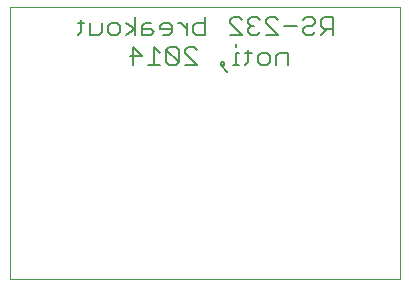
<source format=gbo>
G75*
%MOIN*%
%OFA0B0*%
%FSLAX24Y24*%
%IPPOS*%
%LPD*%
%AMOC8*
5,1,8,0,0,1.08239X$1,22.5*
%
%ADD10C,0.0000*%
%ADD11C,0.0050*%
D10*
X000480Y003580D02*
X000480Y012650D01*
X013472Y012650D01*
X013472Y003580D01*
X000480Y003580D01*
D11*
X007526Y010705D02*
X007729Y010501D01*
X007628Y010705D02*
X007526Y010705D01*
X007526Y010807D01*
X007628Y010807D01*
X007628Y010705D01*
X007931Y010705D02*
X008134Y010705D01*
X008033Y010705D02*
X008033Y011112D01*
X008134Y011112D01*
X008033Y011316D02*
X008033Y011417D01*
X008216Y011705D02*
X007809Y011705D01*
X007809Y012112D02*
X007809Y012214D01*
X007911Y012316D01*
X008115Y012316D01*
X008216Y012214D01*
X008417Y012214D02*
X008417Y012112D01*
X008519Y012010D01*
X008417Y011909D01*
X008417Y011807D01*
X008519Y011705D01*
X008722Y011705D01*
X008824Y011807D01*
X009025Y011705D02*
X009432Y011705D01*
X009025Y012112D01*
X009025Y012214D01*
X009127Y012316D01*
X009330Y012316D01*
X009432Y012214D01*
X009633Y012010D02*
X010040Y012010D01*
X010240Y011909D02*
X010240Y011807D01*
X010342Y011705D01*
X010546Y011705D01*
X010647Y011807D01*
X010848Y011705D02*
X011051Y011909D01*
X010950Y011909D02*
X011255Y011909D01*
X011255Y011705D02*
X011255Y012316D01*
X010950Y012316D01*
X010848Y012214D01*
X010848Y012010D01*
X010950Y011909D01*
X010647Y012112D02*
X010546Y012010D01*
X010342Y012010D01*
X010240Y011909D01*
X010240Y012214D02*
X010342Y012316D01*
X010546Y012316D01*
X010647Y012214D01*
X010647Y012112D01*
X009755Y011112D02*
X009450Y011112D01*
X009348Y011010D01*
X009348Y010705D01*
X009147Y010807D02*
X009147Y011010D01*
X009046Y011112D01*
X008842Y011112D01*
X008740Y011010D01*
X008740Y010807D01*
X008842Y010705D01*
X009046Y010705D01*
X009147Y010807D01*
X008540Y011112D02*
X008336Y011112D01*
X008438Y011214D02*
X008438Y010807D01*
X008336Y010705D01*
X008216Y011705D02*
X007809Y012112D01*
X008417Y012214D02*
X008519Y012316D01*
X008722Y012316D01*
X008824Y012214D01*
X008621Y012010D02*
X008519Y012010D01*
X009755Y011112D02*
X009755Y010705D01*
X007001Y011705D02*
X006696Y011705D01*
X006594Y011807D01*
X006594Y012010D01*
X006696Y012112D01*
X007001Y012112D01*
X007001Y012316D02*
X007001Y011705D01*
X006615Y011316D02*
X006716Y011214D01*
X006615Y011316D02*
X006411Y011316D01*
X006309Y011214D01*
X006309Y011112D01*
X006716Y010705D01*
X006309Y010705D01*
X006109Y010807D02*
X005702Y011214D01*
X005702Y010807D01*
X005803Y010705D01*
X006007Y010705D01*
X006109Y010807D01*
X006109Y011214D01*
X006007Y011316D01*
X005803Y011316D01*
X005702Y011214D01*
X005501Y011112D02*
X005297Y011316D01*
X005297Y010705D01*
X005094Y010705D02*
X005501Y010705D01*
X004893Y011010D02*
X004486Y011010D01*
X004588Y010705D02*
X004588Y011316D01*
X004893Y011010D01*
X004872Y011705D02*
X005177Y011705D01*
X005279Y011807D01*
X005177Y011909D01*
X004872Y011909D01*
X004872Y012010D02*
X004872Y011705D01*
X004671Y011705D02*
X004671Y012316D01*
X004974Y012112D02*
X004872Y012010D01*
X004974Y012112D02*
X005177Y012112D01*
X005480Y012010D02*
X005480Y011909D01*
X005887Y011909D01*
X005887Y012010D02*
X005887Y011807D01*
X005785Y011705D01*
X005582Y011705D01*
X005480Y012010D02*
X005582Y012112D01*
X005785Y012112D01*
X005887Y012010D01*
X006088Y012112D02*
X006190Y012112D01*
X006393Y011909D01*
X006393Y012112D02*
X006393Y011705D01*
X004671Y011909D02*
X004366Y012112D01*
X004165Y012010D02*
X004165Y011807D01*
X004063Y011705D01*
X003860Y011705D01*
X003758Y011807D01*
X003758Y012010D01*
X003860Y012112D01*
X004063Y012112D01*
X004165Y012010D01*
X004366Y011705D02*
X004671Y011909D01*
X003557Y011807D02*
X003455Y011705D01*
X003150Y011705D01*
X003150Y012112D01*
X002950Y012112D02*
X002746Y012112D01*
X002848Y012214D02*
X002848Y011807D01*
X002746Y011705D01*
X003557Y011807D02*
X003557Y012112D01*
M02*

</source>
